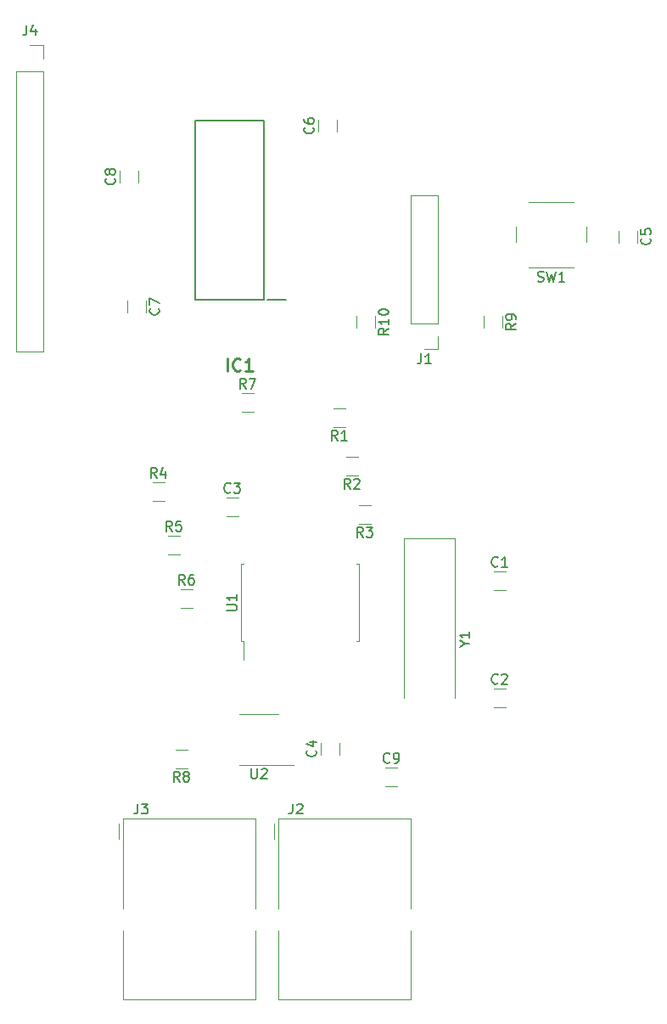
<source format=gbr>
G04 #@! TF.GenerationSoftware,KiCad,Pcbnew,(5.1.2)-2*
G04 #@! TF.CreationDate,2019-10-26T17:19:00+01:00*
G04 #@! TF.ProjectId,canbus_boiler_switch,63616e62-7573-45f6-926f-696c65725f73,rev?*
G04 #@! TF.SameCoordinates,Original*
G04 #@! TF.FileFunction,Legend,Top*
G04 #@! TF.FilePolarity,Positive*
%FSLAX46Y46*%
G04 Gerber Fmt 4.6, Leading zero omitted, Abs format (unit mm)*
G04 Created by KiCad (PCBNEW (5.1.2)-2) date 2019-10-26 17:19:00*
%MOMM*%
%LPD*%
G04 APERTURE LIST*
%ADD10C,0.120000*%
%ADD11C,0.100000*%
%ADD12C,0.200000*%
%ADD13C,0.150000*%
%ADD14C,0.254000*%
G04 APERTURE END LIST*
D10*
X88382000Y-171027000D02*
X88382000Y-187002000D01*
X93482000Y-171027000D02*
X88382000Y-171027000D01*
X93482000Y-187002000D02*
X93482000Y-171027000D01*
X60390000Y-198984000D02*
X73590000Y-198984000D01*
X73590000Y-198984000D02*
X73590000Y-208004000D01*
D11*
X73590000Y-216864000D02*
X73590000Y-216984000D01*
D10*
X73590000Y-216984000D02*
X73590000Y-210204000D01*
D11*
X73590000Y-216974000D02*
X73590000Y-216984000D01*
D10*
X73590000Y-216984000D02*
X60390000Y-216984000D01*
X60390000Y-216984000D02*
X60390000Y-210204000D01*
D11*
X60390000Y-207934000D02*
X60390000Y-208004000D01*
D10*
X60390000Y-208004000D02*
X60390000Y-198984000D01*
X59920000Y-200984000D02*
X59920000Y-199454000D01*
D12*
X76569000Y-147233000D02*
X74719000Y-147233000D01*
X74369000Y-129353000D02*
X74369000Y-147253000D01*
X67569000Y-129353000D02*
X74369000Y-129353000D01*
X67569000Y-147253000D02*
X67569000Y-129353000D01*
X74369000Y-147253000D02*
X67569000Y-147253000D01*
D10*
X75860000Y-198984000D02*
X89060000Y-198984000D01*
X89060000Y-198984000D02*
X89060000Y-208004000D01*
D11*
X89060000Y-216864000D02*
X89060000Y-216984000D01*
D10*
X89060000Y-216984000D02*
X89060000Y-210204000D01*
D11*
X89060000Y-216974000D02*
X89060000Y-216984000D01*
D10*
X89060000Y-216984000D02*
X75860000Y-216984000D01*
X75860000Y-216984000D02*
X75860000Y-210204000D01*
D11*
X75860000Y-207934000D02*
X75860000Y-208004000D01*
D10*
X75860000Y-208004000D02*
X75860000Y-198984000D01*
X75390000Y-200984000D02*
X75390000Y-199454000D01*
X73914000Y-193695000D02*
X77364000Y-193695000D01*
X73914000Y-193695000D02*
X71964000Y-193695000D01*
X73914000Y-188575000D02*
X75864000Y-188575000D01*
X73914000Y-188575000D02*
X71964000Y-188575000D01*
X99572000Y-140002000D02*
X99572000Y-141502000D01*
X100822000Y-144002000D02*
X105322000Y-144002000D01*
X106572000Y-141502000D02*
X106572000Y-140002000D01*
X105322000Y-137502000D02*
X100822000Y-137502000D01*
X51054000Y-121860000D02*
X52384000Y-121860000D01*
X52384000Y-121860000D02*
X52384000Y-123190000D01*
X52384000Y-124460000D02*
X52384000Y-152460000D01*
X49724000Y-152460000D02*
X52384000Y-152460000D01*
X49724000Y-124460000D02*
X49724000Y-152460000D01*
X49724000Y-124460000D02*
X52384000Y-124460000D01*
X72338000Y-181328000D02*
X72338000Y-183143000D01*
X72093000Y-181328000D02*
X72338000Y-181328000D01*
X72093000Y-177468000D02*
X72093000Y-181328000D01*
X72093000Y-173608000D02*
X72338000Y-173608000D01*
X72093000Y-177468000D02*
X72093000Y-173608000D01*
X83863000Y-181328000D02*
X83618000Y-181328000D01*
X83863000Y-177468000D02*
X83863000Y-181328000D01*
X83863000Y-173608000D02*
X83618000Y-173608000D01*
X83863000Y-177468000D02*
X83863000Y-173608000D01*
X83672000Y-148873936D02*
X83672000Y-150078064D01*
X85492000Y-148873936D02*
X85492000Y-150078064D01*
X96372000Y-148873936D02*
X96372000Y-150078064D01*
X98192000Y-148873936D02*
X98192000Y-150078064D01*
X66766064Y-192130000D02*
X65561936Y-192130000D01*
X66766064Y-193950000D02*
X65561936Y-193950000D01*
X72165936Y-158390000D02*
X73370064Y-158390000D01*
X72165936Y-156570000D02*
X73370064Y-156570000D01*
X66069936Y-177948000D02*
X67274064Y-177948000D01*
X66069936Y-176128000D02*
X67274064Y-176128000D01*
X64799936Y-172614000D02*
X66004064Y-172614000D01*
X64799936Y-170794000D02*
X66004064Y-170794000D01*
X63275936Y-167280000D02*
X64480064Y-167280000D01*
X63275936Y-165460000D02*
X64480064Y-165460000D01*
X85054064Y-167746000D02*
X83849936Y-167746000D01*
X85054064Y-169566000D02*
X83849936Y-169566000D01*
X83790064Y-162920000D02*
X82585936Y-162920000D01*
X83790064Y-164740000D02*
X82585936Y-164740000D01*
X82520064Y-158094000D02*
X81315936Y-158094000D01*
X82520064Y-159914000D02*
X81315936Y-159914000D01*
X91754000Y-152206000D02*
X90424000Y-152206000D01*
X91754000Y-150876000D02*
X91754000Y-152206000D01*
X91754000Y-149606000D02*
X89094000Y-149606000D01*
X89094000Y-149606000D02*
X89094000Y-136846000D01*
X91754000Y-149606000D02*
X91754000Y-136846000D01*
X91754000Y-136846000D02*
X89094000Y-136846000D01*
X86519936Y-195728000D02*
X87724064Y-195728000D01*
X86519936Y-193908000D02*
X87724064Y-193908000D01*
X61870000Y-135600064D02*
X61870000Y-134395936D01*
X60050000Y-135600064D02*
X60050000Y-134395936D01*
X60812000Y-147355936D02*
X60812000Y-148560064D01*
X62632000Y-147355936D02*
X62632000Y-148560064D01*
X81682000Y-130520064D02*
X81682000Y-129315936D01*
X79862000Y-130520064D02*
X79862000Y-129315936D01*
X109834000Y-140367936D02*
X109834000Y-141572064D01*
X111654000Y-140367936D02*
X111654000Y-141572064D01*
X80116000Y-192626064D02*
X80116000Y-191421936D01*
X81936000Y-192626064D02*
X81936000Y-191421936D01*
X70641936Y-168804000D02*
X71846064Y-168804000D01*
X70641936Y-166984000D02*
X71846064Y-166984000D01*
X97317936Y-187854000D02*
X98522064Y-187854000D01*
X97317936Y-186034000D02*
X98522064Y-186034000D01*
X97317936Y-176170000D02*
X98522064Y-176170000D01*
X97317936Y-174350000D02*
X98522064Y-174350000D01*
D13*
X94458190Y-181578190D02*
X94934380Y-181578190D01*
X93934380Y-181911523D02*
X94458190Y-181578190D01*
X93934380Y-181244857D01*
X94934380Y-180387714D02*
X94934380Y-180959142D01*
X94934380Y-180673428D02*
X93934380Y-180673428D01*
X94077238Y-180768666D01*
X94172476Y-180863904D01*
X94220095Y-180959142D01*
X61816666Y-197506380D02*
X61816666Y-198220666D01*
X61769047Y-198363523D01*
X61673809Y-198458761D01*
X61530952Y-198506380D01*
X61435714Y-198506380D01*
X62197619Y-197506380D02*
X62816666Y-197506380D01*
X62483333Y-197887333D01*
X62626190Y-197887333D01*
X62721428Y-197934952D01*
X62769047Y-197982571D01*
X62816666Y-198077809D01*
X62816666Y-198315904D01*
X62769047Y-198411142D01*
X62721428Y-198458761D01*
X62626190Y-198506380D01*
X62340476Y-198506380D01*
X62245238Y-198458761D01*
X62197619Y-198411142D01*
D14*
X70745238Y-154371523D02*
X70745238Y-153101523D01*
X72075714Y-154250571D02*
X72015238Y-154311047D01*
X71833809Y-154371523D01*
X71712857Y-154371523D01*
X71531428Y-154311047D01*
X71410476Y-154190095D01*
X71350000Y-154069142D01*
X71289523Y-153827238D01*
X71289523Y-153645809D01*
X71350000Y-153403904D01*
X71410476Y-153282952D01*
X71531428Y-153162000D01*
X71712857Y-153101523D01*
X71833809Y-153101523D01*
X72015238Y-153162000D01*
X72075714Y-153222476D01*
X73285238Y-154371523D02*
X72559523Y-154371523D01*
X72922380Y-154371523D02*
X72922380Y-153101523D01*
X72801428Y-153282952D01*
X72680476Y-153403904D01*
X72559523Y-153464380D01*
D13*
X77286666Y-197506380D02*
X77286666Y-198220666D01*
X77239047Y-198363523D01*
X77143809Y-198458761D01*
X77000952Y-198506380D01*
X76905714Y-198506380D01*
X77715238Y-197601619D02*
X77762857Y-197554000D01*
X77858095Y-197506380D01*
X78096190Y-197506380D01*
X78191428Y-197554000D01*
X78239047Y-197601619D01*
X78286666Y-197696857D01*
X78286666Y-197792095D01*
X78239047Y-197934952D01*
X77667619Y-198506380D01*
X78286666Y-198506380D01*
X73152095Y-193987380D02*
X73152095Y-194796904D01*
X73199714Y-194892142D01*
X73247333Y-194939761D01*
X73342571Y-194987380D01*
X73533047Y-194987380D01*
X73628285Y-194939761D01*
X73675904Y-194892142D01*
X73723523Y-194796904D01*
X73723523Y-193987380D01*
X74152095Y-194082619D02*
X74199714Y-194035000D01*
X74294952Y-193987380D01*
X74533047Y-193987380D01*
X74628285Y-194035000D01*
X74675904Y-194082619D01*
X74723523Y-194177857D01*
X74723523Y-194273095D01*
X74675904Y-194415952D01*
X74104476Y-194987380D01*
X74723523Y-194987380D01*
X101738666Y-145406761D02*
X101881523Y-145454380D01*
X102119619Y-145454380D01*
X102214857Y-145406761D01*
X102262476Y-145359142D01*
X102310095Y-145263904D01*
X102310095Y-145168666D01*
X102262476Y-145073428D01*
X102214857Y-145025809D01*
X102119619Y-144978190D01*
X101929142Y-144930571D01*
X101833904Y-144882952D01*
X101786285Y-144835333D01*
X101738666Y-144740095D01*
X101738666Y-144644857D01*
X101786285Y-144549619D01*
X101833904Y-144502000D01*
X101929142Y-144454380D01*
X102167238Y-144454380D01*
X102310095Y-144502000D01*
X102643428Y-144454380D02*
X102881523Y-145454380D01*
X103072000Y-144740095D01*
X103262476Y-145454380D01*
X103500571Y-144454380D01*
X104405333Y-145454380D02*
X103833904Y-145454380D01*
X104119619Y-145454380D02*
X104119619Y-144454380D01*
X104024380Y-144597238D01*
X103929142Y-144692476D01*
X103833904Y-144740095D01*
X50720666Y-119872380D02*
X50720666Y-120586666D01*
X50673047Y-120729523D01*
X50577809Y-120824761D01*
X50434952Y-120872380D01*
X50339714Y-120872380D01*
X51625428Y-120205714D02*
X51625428Y-120872380D01*
X51387333Y-119824761D02*
X51149238Y-120539047D01*
X51768285Y-120539047D01*
X70710380Y-178229904D02*
X71519904Y-178229904D01*
X71615142Y-178182285D01*
X71662761Y-178134666D01*
X71710380Y-178039428D01*
X71710380Y-177848952D01*
X71662761Y-177753714D01*
X71615142Y-177706095D01*
X71519904Y-177658476D01*
X70710380Y-177658476D01*
X71710380Y-176658476D02*
X71710380Y-177229904D01*
X71710380Y-176944190D02*
X70710380Y-176944190D01*
X70853238Y-177039428D01*
X70948476Y-177134666D01*
X70996095Y-177229904D01*
X86854380Y-150118857D02*
X86378190Y-150452190D01*
X86854380Y-150690285D02*
X85854380Y-150690285D01*
X85854380Y-150309333D01*
X85902000Y-150214095D01*
X85949619Y-150166476D01*
X86044857Y-150118857D01*
X86187714Y-150118857D01*
X86282952Y-150166476D01*
X86330571Y-150214095D01*
X86378190Y-150309333D01*
X86378190Y-150690285D01*
X86854380Y-149166476D02*
X86854380Y-149737904D01*
X86854380Y-149452190D02*
X85854380Y-149452190D01*
X85997238Y-149547428D01*
X86092476Y-149642666D01*
X86140095Y-149737904D01*
X85854380Y-148547428D02*
X85854380Y-148452190D01*
X85902000Y-148356952D01*
X85949619Y-148309333D01*
X86044857Y-148261714D01*
X86235333Y-148214095D01*
X86473428Y-148214095D01*
X86663904Y-148261714D01*
X86759142Y-148309333D01*
X86806761Y-148356952D01*
X86854380Y-148452190D01*
X86854380Y-148547428D01*
X86806761Y-148642666D01*
X86759142Y-148690285D01*
X86663904Y-148737904D01*
X86473428Y-148785523D01*
X86235333Y-148785523D01*
X86044857Y-148737904D01*
X85949619Y-148690285D01*
X85902000Y-148642666D01*
X85854380Y-148547428D01*
X99554380Y-149642666D02*
X99078190Y-149976000D01*
X99554380Y-150214095D02*
X98554380Y-150214095D01*
X98554380Y-149833142D01*
X98602000Y-149737904D01*
X98649619Y-149690285D01*
X98744857Y-149642666D01*
X98887714Y-149642666D01*
X98982952Y-149690285D01*
X99030571Y-149737904D01*
X99078190Y-149833142D01*
X99078190Y-150214095D01*
X99554380Y-149166476D02*
X99554380Y-148976000D01*
X99506761Y-148880761D01*
X99459142Y-148833142D01*
X99316285Y-148737904D01*
X99125809Y-148690285D01*
X98744857Y-148690285D01*
X98649619Y-148737904D01*
X98602000Y-148785523D01*
X98554380Y-148880761D01*
X98554380Y-149071238D01*
X98602000Y-149166476D01*
X98649619Y-149214095D01*
X98744857Y-149261714D01*
X98982952Y-149261714D01*
X99078190Y-149214095D01*
X99125809Y-149166476D01*
X99173428Y-149071238D01*
X99173428Y-148880761D01*
X99125809Y-148785523D01*
X99078190Y-148737904D01*
X98982952Y-148690285D01*
X65997333Y-195312380D02*
X65664000Y-194836190D01*
X65425904Y-195312380D02*
X65425904Y-194312380D01*
X65806857Y-194312380D01*
X65902095Y-194360000D01*
X65949714Y-194407619D01*
X65997333Y-194502857D01*
X65997333Y-194645714D01*
X65949714Y-194740952D01*
X65902095Y-194788571D01*
X65806857Y-194836190D01*
X65425904Y-194836190D01*
X66568761Y-194740952D02*
X66473523Y-194693333D01*
X66425904Y-194645714D01*
X66378285Y-194550476D01*
X66378285Y-194502857D01*
X66425904Y-194407619D01*
X66473523Y-194360000D01*
X66568761Y-194312380D01*
X66759238Y-194312380D01*
X66854476Y-194360000D01*
X66902095Y-194407619D01*
X66949714Y-194502857D01*
X66949714Y-194550476D01*
X66902095Y-194645714D01*
X66854476Y-194693333D01*
X66759238Y-194740952D01*
X66568761Y-194740952D01*
X66473523Y-194788571D01*
X66425904Y-194836190D01*
X66378285Y-194931428D01*
X66378285Y-195121904D01*
X66425904Y-195217142D01*
X66473523Y-195264761D01*
X66568761Y-195312380D01*
X66759238Y-195312380D01*
X66854476Y-195264761D01*
X66902095Y-195217142D01*
X66949714Y-195121904D01*
X66949714Y-194931428D01*
X66902095Y-194836190D01*
X66854476Y-194788571D01*
X66759238Y-194740952D01*
X72601333Y-156112380D02*
X72268000Y-155636190D01*
X72029904Y-156112380D02*
X72029904Y-155112380D01*
X72410857Y-155112380D01*
X72506095Y-155160000D01*
X72553714Y-155207619D01*
X72601333Y-155302857D01*
X72601333Y-155445714D01*
X72553714Y-155540952D01*
X72506095Y-155588571D01*
X72410857Y-155636190D01*
X72029904Y-155636190D01*
X72934666Y-155112380D02*
X73601333Y-155112380D01*
X73172761Y-156112380D01*
X66505333Y-175670380D02*
X66172000Y-175194190D01*
X65933904Y-175670380D02*
X65933904Y-174670380D01*
X66314857Y-174670380D01*
X66410095Y-174718000D01*
X66457714Y-174765619D01*
X66505333Y-174860857D01*
X66505333Y-175003714D01*
X66457714Y-175098952D01*
X66410095Y-175146571D01*
X66314857Y-175194190D01*
X65933904Y-175194190D01*
X67362476Y-174670380D02*
X67172000Y-174670380D01*
X67076761Y-174718000D01*
X67029142Y-174765619D01*
X66933904Y-174908476D01*
X66886285Y-175098952D01*
X66886285Y-175479904D01*
X66933904Y-175575142D01*
X66981523Y-175622761D01*
X67076761Y-175670380D01*
X67267238Y-175670380D01*
X67362476Y-175622761D01*
X67410095Y-175575142D01*
X67457714Y-175479904D01*
X67457714Y-175241809D01*
X67410095Y-175146571D01*
X67362476Y-175098952D01*
X67267238Y-175051333D01*
X67076761Y-175051333D01*
X66981523Y-175098952D01*
X66933904Y-175146571D01*
X66886285Y-175241809D01*
X65235333Y-170336380D02*
X64902000Y-169860190D01*
X64663904Y-170336380D02*
X64663904Y-169336380D01*
X65044857Y-169336380D01*
X65140095Y-169384000D01*
X65187714Y-169431619D01*
X65235333Y-169526857D01*
X65235333Y-169669714D01*
X65187714Y-169764952D01*
X65140095Y-169812571D01*
X65044857Y-169860190D01*
X64663904Y-169860190D01*
X66140095Y-169336380D02*
X65663904Y-169336380D01*
X65616285Y-169812571D01*
X65663904Y-169764952D01*
X65759142Y-169717333D01*
X65997238Y-169717333D01*
X66092476Y-169764952D01*
X66140095Y-169812571D01*
X66187714Y-169907809D01*
X66187714Y-170145904D01*
X66140095Y-170241142D01*
X66092476Y-170288761D01*
X65997238Y-170336380D01*
X65759142Y-170336380D01*
X65663904Y-170288761D01*
X65616285Y-170241142D01*
X63711333Y-165002380D02*
X63378000Y-164526190D01*
X63139904Y-165002380D02*
X63139904Y-164002380D01*
X63520857Y-164002380D01*
X63616095Y-164050000D01*
X63663714Y-164097619D01*
X63711333Y-164192857D01*
X63711333Y-164335714D01*
X63663714Y-164430952D01*
X63616095Y-164478571D01*
X63520857Y-164526190D01*
X63139904Y-164526190D01*
X64568476Y-164335714D02*
X64568476Y-165002380D01*
X64330380Y-163954761D02*
X64092285Y-164669047D01*
X64711333Y-164669047D01*
X84285333Y-170928380D02*
X83952000Y-170452190D01*
X83713904Y-170928380D02*
X83713904Y-169928380D01*
X84094857Y-169928380D01*
X84190095Y-169976000D01*
X84237714Y-170023619D01*
X84285333Y-170118857D01*
X84285333Y-170261714D01*
X84237714Y-170356952D01*
X84190095Y-170404571D01*
X84094857Y-170452190D01*
X83713904Y-170452190D01*
X84618666Y-169928380D02*
X85237714Y-169928380D01*
X84904380Y-170309333D01*
X85047238Y-170309333D01*
X85142476Y-170356952D01*
X85190095Y-170404571D01*
X85237714Y-170499809D01*
X85237714Y-170737904D01*
X85190095Y-170833142D01*
X85142476Y-170880761D01*
X85047238Y-170928380D01*
X84761523Y-170928380D01*
X84666285Y-170880761D01*
X84618666Y-170833142D01*
X83021333Y-166102380D02*
X82688000Y-165626190D01*
X82449904Y-166102380D02*
X82449904Y-165102380D01*
X82830857Y-165102380D01*
X82926095Y-165150000D01*
X82973714Y-165197619D01*
X83021333Y-165292857D01*
X83021333Y-165435714D01*
X82973714Y-165530952D01*
X82926095Y-165578571D01*
X82830857Y-165626190D01*
X82449904Y-165626190D01*
X83402285Y-165197619D02*
X83449904Y-165150000D01*
X83545142Y-165102380D01*
X83783238Y-165102380D01*
X83878476Y-165150000D01*
X83926095Y-165197619D01*
X83973714Y-165292857D01*
X83973714Y-165388095D01*
X83926095Y-165530952D01*
X83354666Y-166102380D01*
X83973714Y-166102380D01*
X81751333Y-161276380D02*
X81418000Y-160800190D01*
X81179904Y-161276380D02*
X81179904Y-160276380D01*
X81560857Y-160276380D01*
X81656095Y-160324000D01*
X81703714Y-160371619D01*
X81751333Y-160466857D01*
X81751333Y-160609714D01*
X81703714Y-160704952D01*
X81656095Y-160752571D01*
X81560857Y-160800190D01*
X81179904Y-160800190D01*
X82703714Y-161276380D02*
X82132285Y-161276380D01*
X82418000Y-161276380D02*
X82418000Y-160276380D01*
X82322761Y-160419238D01*
X82227523Y-160514476D01*
X82132285Y-160562095D01*
X90090666Y-152614380D02*
X90090666Y-153328666D01*
X90043047Y-153471523D01*
X89947809Y-153566761D01*
X89804952Y-153614380D01*
X89709714Y-153614380D01*
X91090666Y-153614380D02*
X90519238Y-153614380D01*
X90804952Y-153614380D02*
X90804952Y-152614380D01*
X90709714Y-152757238D01*
X90614476Y-152852476D01*
X90519238Y-152900095D01*
X86955333Y-193355142D02*
X86907714Y-193402761D01*
X86764857Y-193450380D01*
X86669619Y-193450380D01*
X86526761Y-193402761D01*
X86431523Y-193307523D01*
X86383904Y-193212285D01*
X86336285Y-193021809D01*
X86336285Y-192878952D01*
X86383904Y-192688476D01*
X86431523Y-192593238D01*
X86526761Y-192498000D01*
X86669619Y-192450380D01*
X86764857Y-192450380D01*
X86907714Y-192498000D01*
X86955333Y-192545619D01*
X87431523Y-193450380D02*
X87622000Y-193450380D01*
X87717238Y-193402761D01*
X87764857Y-193355142D01*
X87860095Y-193212285D01*
X87907714Y-193021809D01*
X87907714Y-192640857D01*
X87860095Y-192545619D01*
X87812476Y-192498000D01*
X87717238Y-192450380D01*
X87526761Y-192450380D01*
X87431523Y-192498000D01*
X87383904Y-192545619D01*
X87336285Y-192640857D01*
X87336285Y-192878952D01*
X87383904Y-192974190D01*
X87431523Y-193021809D01*
X87526761Y-193069428D01*
X87717238Y-193069428D01*
X87812476Y-193021809D01*
X87860095Y-192974190D01*
X87907714Y-192878952D01*
X59497142Y-135164666D02*
X59544761Y-135212285D01*
X59592380Y-135355142D01*
X59592380Y-135450380D01*
X59544761Y-135593238D01*
X59449523Y-135688476D01*
X59354285Y-135736095D01*
X59163809Y-135783714D01*
X59020952Y-135783714D01*
X58830476Y-135736095D01*
X58735238Y-135688476D01*
X58640000Y-135593238D01*
X58592380Y-135450380D01*
X58592380Y-135355142D01*
X58640000Y-135212285D01*
X58687619Y-135164666D01*
X59020952Y-134593238D02*
X58973333Y-134688476D01*
X58925714Y-134736095D01*
X58830476Y-134783714D01*
X58782857Y-134783714D01*
X58687619Y-134736095D01*
X58640000Y-134688476D01*
X58592380Y-134593238D01*
X58592380Y-134402761D01*
X58640000Y-134307523D01*
X58687619Y-134259904D01*
X58782857Y-134212285D01*
X58830476Y-134212285D01*
X58925714Y-134259904D01*
X58973333Y-134307523D01*
X59020952Y-134402761D01*
X59020952Y-134593238D01*
X59068571Y-134688476D01*
X59116190Y-134736095D01*
X59211428Y-134783714D01*
X59401904Y-134783714D01*
X59497142Y-134736095D01*
X59544761Y-134688476D01*
X59592380Y-134593238D01*
X59592380Y-134402761D01*
X59544761Y-134307523D01*
X59497142Y-134259904D01*
X59401904Y-134212285D01*
X59211428Y-134212285D01*
X59116190Y-134259904D01*
X59068571Y-134307523D01*
X59020952Y-134402761D01*
X63899142Y-148124666D02*
X63946761Y-148172285D01*
X63994380Y-148315142D01*
X63994380Y-148410380D01*
X63946761Y-148553238D01*
X63851523Y-148648476D01*
X63756285Y-148696095D01*
X63565809Y-148743714D01*
X63422952Y-148743714D01*
X63232476Y-148696095D01*
X63137238Y-148648476D01*
X63042000Y-148553238D01*
X62994380Y-148410380D01*
X62994380Y-148315142D01*
X63042000Y-148172285D01*
X63089619Y-148124666D01*
X62994380Y-147791333D02*
X62994380Y-147124666D01*
X63994380Y-147553238D01*
X79309142Y-130084666D02*
X79356761Y-130132285D01*
X79404380Y-130275142D01*
X79404380Y-130370380D01*
X79356761Y-130513238D01*
X79261523Y-130608476D01*
X79166285Y-130656095D01*
X78975809Y-130703714D01*
X78832952Y-130703714D01*
X78642476Y-130656095D01*
X78547238Y-130608476D01*
X78452000Y-130513238D01*
X78404380Y-130370380D01*
X78404380Y-130275142D01*
X78452000Y-130132285D01*
X78499619Y-130084666D01*
X78404380Y-129227523D02*
X78404380Y-129418000D01*
X78452000Y-129513238D01*
X78499619Y-129560857D01*
X78642476Y-129656095D01*
X78832952Y-129703714D01*
X79213904Y-129703714D01*
X79309142Y-129656095D01*
X79356761Y-129608476D01*
X79404380Y-129513238D01*
X79404380Y-129322761D01*
X79356761Y-129227523D01*
X79309142Y-129179904D01*
X79213904Y-129132285D01*
X78975809Y-129132285D01*
X78880571Y-129179904D01*
X78832952Y-129227523D01*
X78785333Y-129322761D01*
X78785333Y-129513238D01*
X78832952Y-129608476D01*
X78880571Y-129656095D01*
X78975809Y-129703714D01*
X112921142Y-141136666D02*
X112968761Y-141184285D01*
X113016380Y-141327142D01*
X113016380Y-141422380D01*
X112968761Y-141565238D01*
X112873523Y-141660476D01*
X112778285Y-141708095D01*
X112587809Y-141755714D01*
X112444952Y-141755714D01*
X112254476Y-141708095D01*
X112159238Y-141660476D01*
X112064000Y-141565238D01*
X112016380Y-141422380D01*
X112016380Y-141327142D01*
X112064000Y-141184285D01*
X112111619Y-141136666D01*
X112016380Y-140231904D02*
X112016380Y-140708095D01*
X112492571Y-140755714D01*
X112444952Y-140708095D01*
X112397333Y-140612857D01*
X112397333Y-140374761D01*
X112444952Y-140279523D01*
X112492571Y-140231904D01*
X112587809Y-140184285D01*
X112825904Y-140184285D01*
X112921142Y-140231904D01*
X112968761Y-140279523D01*
X113016380Y-140374761D01*
X113016380Y-140612857D01*
X112968761Y-140708095D01*
X112921142Y-140755714D01*
X79563142Y-192190666D02*
X79610761Y-192238285D01*
X79658380Y-192381142D01*
X79658380Y-192476380D01*
X79610761Y-192619238D01*
X79515523Y-192714476D01*
X79420285Y-192762095D01*
X79229809Y-192809714D01*
X79086952Y-192809714D01*
X78896476Y-192762095D01*
X78801238Y-192714476D01*
X78706000Y-192619238D01*
X78658380Y-192476380D01*
X78658380Y-192381142D01*
X78706000Y-192238285D01*
X78753619Y-192190666D01*
X78991714Y-191333523D02*
X79658380Y-191333523D01*
X78610761Y-191571619D02*
X79325047Y-191809714D01*
X79325047Y-191190666D01*
X71077333Y-166431142D02*
X71029714Y-166478761D01*
X70886857Y-166526380D01*
X70791619Y-166526380D01*
X70648761Y-166478761D01*
X70553523Y-166383523D01*
X70505904Y-166288285D01*
X70458285Y-166097809D01*
X70458285Y-165954952D01*
X70505904Y-165764476D01*
X70553523Y-165669238D01*
X70648761Y-165574000D01*
X70791619Y-165526380D01*
X70886857Y-165526380D01*
X71029714Y-165574000D01*
X71077333Y-165621619D01*
X71410666Y-165526380D02*
X72029714Y-165526380D01*
X71696380Y-165907333D01*
X71839238Y-165907333D01*
X71934476Y-165954952D01*
X71982095Y-166002571D01*
X72029714Y-166097809D01*
X72029714Y-166335904D01*
X71982095Y-166431142D01*
X71934476Y-166478761D01*
X71839238Y-166526380D01*
X71553523Y-166526380D01*
X71458285Y-166478761D01*
X71410666Y-166431142D01*
X97753333Y-185481142D02*
X97705714Y-185528761D01*
X97562857Y-185576380D01*
X97467619Y-185576380D01*
X97324761Y-185528761D01*
X97229523Y-185433523D01*
X97181904Y-185338285D01*
X97134285Y-185147809D01*
X97134285Y-185004952D01*
X97181904Y-184814476D01*
X97229523Y-184719238D01*
X97324761Y-184624000D01*
X97467619Y-184576380D01*
X97562857Y-184576380D01*
X97705714Y-184624000D01*
X97753333Y-184671619D01*
X98134285Y-184671619D02*
X98181904Y-184624000D01*
X98277142Y-184576380D01*
X98515238Y-184576380D01*
X98610476Y-184624000D01*
X98658095Y-184671619D01*
X98705714Y-184766857D01*
X98705714Y-184862095D01*
X98658095Y-185004952D01*
X98086666Y-185576380D01*
X98705714Y-185576380D01*
X97753333Y-173797142D02*
X97705714Y-173844761D01*
X97562857Y-173892380D01*
X97467619Y-173892380D01*
X97324761Y-173844761D01*
X97229523Y-173749523D01*
X97181904Y-173654285D01*
X97134285Y-173463809D01*
X97134285Y-173320952D01*
X97181904Y-173130476D01*
X97229523Y-173035238D01*
X97324761Y-172940000D01*
X97467619Y-172892380D01*
X97562857Y-172892380D01*
X97705714Y-172940000D01*
X97753333Y-172987619D01*
X98705714Y-173892380D02*
X98134285Y-173892380D01*
X98420000Y-173892380D02*
X98420000Y-172892380D01*
X98324761Y-173035238D01*
X98229523Y-173130476D01*
X98134285Y-173178095D01*
M02*

</source>
